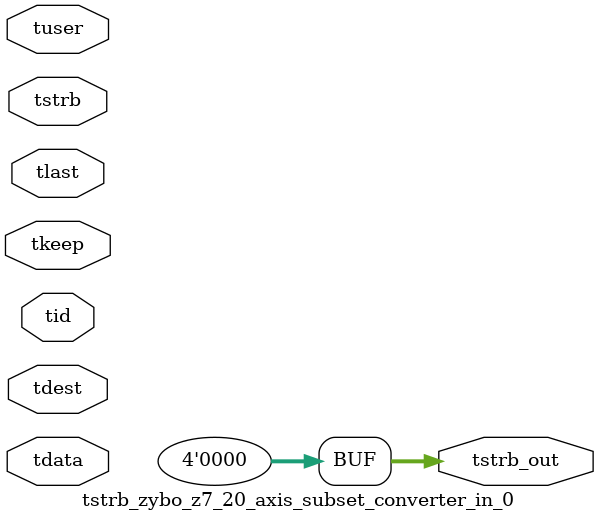
<source format=v>


`timescale 1ps/1ps

module tstrb_zybo_z7_20_axis_subset_converter_in_0 #
(
parameter C_S_AXIS_TDATA_WIDTH = 32,
parameter C_S_AXIS_TUSER_WIDTH = 0,
parameter C_S_AXIS_TID_WIDTH   = 0,
parameter C_S_AXIS_TDEST_WIDTH = 0,
parameter C_M_AXIS_TDATA_WIDTH = 32
)
(
input  [(C_S_AXIS_TDATA_WIDTH == 0 ? 1 : C_S_AXIS_TDATA_WIDTH)-1:0     ] tdata,
input  [(C_S_AXIS_TUSER_WIDTH == 0 ? 1 : C_S_AXIS_TUSER_WIDTH)-1:0     ] tuser,
input  [(C_S_AXIS_TID_WIDTH   == 0 ? 1 : C_S_AXIS_TID_WIDTH)-1:0       ] tid,
input  [(C_S_AXIS_TDEST_WIDTH == 0 ? 1 : C_S_AXIS_TDEST_WIDTH)-1:0     ] tdest,
input  [(C_S_AXIS_TDATA_WIDTH/8)-1:0 ] tkeep,
input  [(C_S_AXIS_TDATA_WIDTH/8)-1:0 ] tstrb,
input                                                                    tlast,
output [(C_M_AXIS_TDATA_WIDTH/8)-1:0 ] tstrb_out
);

assign tstrb_out = {1'b0};

endmodule


</source>
